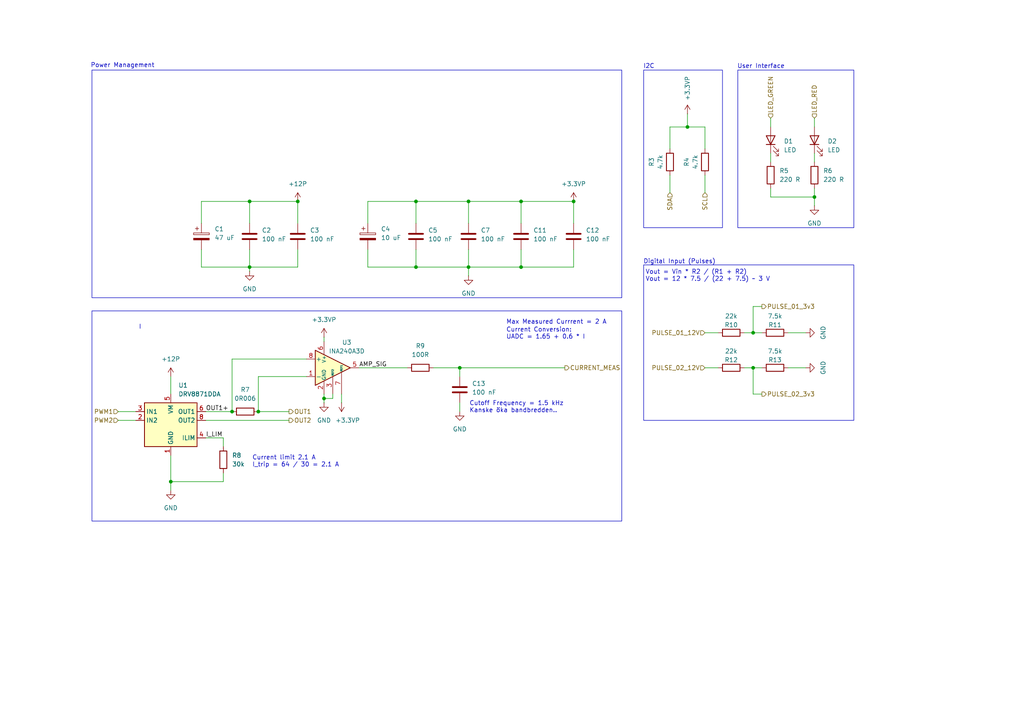
<source format=kicad_sch>
(kicad_sch (version 20231120) (generator "eeschema") (generator_version "8.0")
  (paper "A4")
  (title_block (title "Power and IO") (date "2025-01-12") (rev "RA01"))
  (lib_symbols
    (symbol "Amplifier_Current:INA240A3D" (pin_names (offset 0.127))
      (property "Reference" "U" (at 3.81 3.81 0))
      (property "Value" "INA240A3D" (at 3.81 -2.54 0))
      (symbol "INA240A3D_0_1"
        (polyline (pts (xy 5.08 0) (xy -5.08 5.08) (xy -5.08 -5.08) (xy 5.08 0)) (stroke (width 0.254)) (fill (type background)))
      )
      (symbol "INA240A3D_1_1"
        (pin input line (at -7.62 -2.54 0) (length 2.54) (name "-") (number "1"))
        (pin power_in line (at -2.54 -7.62 90) (length 3.81) (name "GND") (number "2"))
        (pin passive line (at 0 -7.62 90) (length 5.08) (name "REF2") (number "3"))
        (pin passive line (at -2.54 -7.62 90) (length 3.81) hide (name "GND") (number "4"))
        (pin output line (at 7.62 0 180) (length 2.54) (name "~") (number "5"))
        (pin power_in line (at -2.54 7.62 270) (length 3.81) (name "V+") (number "6"))
        (pin passive line (at 2.54 -7.62 90) (length 6.35) (name "REF1") (number "7"))
        (pin input line (at -7.62 2.54 0) (length 2.54) (name "+") (number "8"))
      )
    )
    (symbol "Device:C" (pin_numbers hide) (pin_names (offset 0.254))
      (property "Reference" "C" (at 0.635 2.54 0))
      (property "Value" "C" (at 0.635 -2.54 0))
      (symbol "C_0_1"
        (polyline (pts (xy -2.032 -0.762) (xy 2.032 -0.762)) (stroke (width 0.508)))
        (polyline (pts (xy -2.032 0.762) (xy 2.032 0.762)) (stroke (width 0.508)))
      )
      (symbol "C_1_1"
        (pin passive line (at 0 3.81 270) (length 2.794) (name "~") (number "1"))
        (pin passive line (at 0 -3.81 90) (length 2.794) (name "~") (number "2"))
      )
    )
    (symbol "Device:C_Polarized" (pin_numbers hide) (pin_names (offset 0.254))
      (property "Reference" "C" (at 0.635 2.54 0))
      (property "Value" "C_Polarized" (at 0.635 -2.54 0))
      (symbol "C_Polarized_0_1"
        (rectangle (start -2.286 0.508) (end 2.286 1.016))
        (polyline (pts (xy -1.778 2.286) (xy -0.762 2.286)))
        (polyline (pts (xy -1.27 2.794) (xy -1.27 1.778)))
        (rectangle (start 2.286 -0.508) (end -2.286 -1.016) (fill (type outline)))
      )
      (symbol "C_Polarized_1_1"
        (pin passive line (at 0 3.81 270) (length 2.794) (name "~") (number "1"))
        (pin passive line (at 0 -3.81 90) (length 2.794) (name "~") (number "2"))
      )
    )
    (symbol "Device:LED" (pin_numbers hide) (pin_names (offset 1.016) hide)
      (property "Reference" "D" (at 0 2.54 0))
      (property "Value" "LED" (at 0 -2.54 0))
      (symbol "LED_0_1"
        (polyline (pts (xy -1.27 -1.27) (xy -1.27 1.27)) (stroke (width 0.254)))
        (polyline (pts (xy -1.27 0) (xy 1.27 0)))
        (polyline (pts (xy 1.27 -1.27) (xy 1.27 1.27) (xy -1.27 0) (xy 1.27 -1.27)) (stroke (width 0.254)))
        (polyline (pts (xy -3.048 -0.762) (xy -4.572 -2.286) (xy -3.81 -2.286) (xy -4.572 -2.286) (xy -4.572 -1.524)))
        (polyline (pts (xy -1.778 -0.762) (xy -3.302 -2.286) (xy -2.54 -2.286) (xy -3.302 -2.286) (xy -3.302 -1.524)))
      )
      (symbol "LED_1_1"
        (pin passive line (at -3.81 0 0) (length 2.54) (name "K") (number "1"))
        (pin passive line (at 3.81 0 180) (length 2.54) (name "A") (number "2"))
      )
    )
    (symbol "Device:R" (pin_numbers hide) (pin_names (offset 0))
      (property "Reference" "R" (at 2.032 0 90))
      (property "Value" "R" (at 0 0 90))
      (symbol "R_0_1"
        (rectangle (start -1.016 -2.54) (end 1.016 2.54) (stroke (width 0.254)))
      )
      (symbol "R_1_1"
        (pin passive line (at 0 3.81 270) (length 1.27) (name "~") (number "1"))
        (pin passive line (at 0 -3.81 90) (length 1.27) (name "~") (number "2"))
      )
    )
    (symbol "Driver_Motor:DRV8871DDA"
      (property "Reference" "U" (at -6.35 6.35 0))
      (property "Value" "DRV8871DDA" (at 8.89 6.35 0))
      (symbol "DRV8871DDA_0_1"
        (rectangle (start -7.62 5.08) (end 7.62 -7.62) (stroke (width 0.254)) (fill (type background)))
      )
      (symbol "DRV8871DDA_1_1"
        (pin power_in line (at 0 -10.16 90) (length 2.54) (name "GND") (number "1"))
        (pin input line (at -10.16 0 0) (length 2.54) (name "IN2") (number "2"))
        (pin input line (at -10.16 2.54 0) (length 2.54) (name "IN1") (number "3"))
        (pin passive line (at 10.16 -5.08 180) (length 2.54) (name "ILIM") (number "4"))
        (pin power_in line (at 0 7.62 270) (length 2.54) (name "VM") (number "5"))
        (pin output line (at 10.16 2.54 180) (length 2.54) (name "OUT1") (number "6"))
        (pin passive line (at 0 -10.16 90) (length 2.54) hide (name "GND") (number "7"))
        (pin output line (at 10.16 0 180) (length 2.54) (name "OUT2") (number "8"))
        (pin passive line (at 0 -10.16 90) (length 2.54) hide (name "GND") (number "9"))
      )
    )
    (symbol "power:+12P" (power) (pin_numbers hide) (pin_names (offset 0) hide)
      (property "Value" "+12P" (at 0 3.556 0))
      (symbol "+12P_0_1"
        (polyline (pts (xy -0.762 1.27) (xy 0 2.54)))
        (polyline (pts (xy 0 0) (xy 0 2.54)))
        (polyline (pts (xy 0 2.54) (xy 0.762 1.27)))
      )
      (symbol "+12P_1_1"
        (pin power_in line (at 0 0 90) (length 0) (name "~") (number "1"))
      )
    )
    (symbol "power:+3.3VP" (power) (pin_numbers hide) (pin_names (offset 0) hide)
      (property "Value" "+3.3VP" (at 0 3.556 0))
      (symbol "+3.3VP_0_0"
        (pin power_in line (at 0 0 90) (length 0) (name "~") (number "1"))
      )
      (symbol "+3.3VP_0_1"
        (polyline (pts (xy -0.762 1.27) (xy 0 2.54)))
        (polyline (pts (xy 0 0) (xy 0 2.54)))
        (polyline (pts (xy 0 2.54) (xy 0.762 1.27)))
      )
    )
    (symbol "power:GND" (power) (pin_numbers hide) (pin_names (offset 0) hide)
      (property "Value" "GND" (at 0 -3.81 0))
      (symbol "GND_0_1"
        (polyline (pts (xy 0 0) (xy 0 -1.27) (xy 1.27 -1.27) (xy 0 -2.54) (xy -1.27 -1.27) (xy 0 -1.27)))
      )
      (symbol "GND_1_1"
        (pin power_in line (at 0 0 270) (length 0) (name "~") (number "1"))
      )
    )
  )
  (junction (at 218.44 96.52))
  (junction (at 151.13 58.42))
  (junction (at 199.39 36.83))
  (junction (at 151.13 77.47))
  (junction (at 74.93 119.38))
  (junction (at 72.39 58.42))
  (junction (at 218.44 106.68))
  (junction (at 49.53 139.7))
  (junction (at 236.22 57.15))
  (junction (at 120.65 77.47))
  (junction (at 166.37 58.42))
  (junction (at 93.98 115.57))
  (junction (at 120.65 58.42))
  (junction (at 133.35 106.68))
  (junction (at 86.36 58.42))
  (junction (at 135.89 58.42))
  (junction (at 135.89 77.47))
  (junction (at 72.39 77.47))
  (junction (at 67.31 119.38))
  (wire (pts (xy 236.22 57.15) (xy 236.22 59.69)))
  (wire (pts (xy 204.47 106.68) (xy 208.28 106.68)))
  (wire (pts (xy 151.13 58.42) (xy 151.13 64.77)))
  (wire (pts (xy 58.42 58.42) (xy 72.39 58.42)))
  (wire (pts (xy 93.98 115.57) (xy 93.98 116.84)))
  (wire (pts (xy 49.53 139.7) (xy 49.53 142.24)))
  (wire (pts (xy 223.52 54.61) (xy 223.52 57.15)))
  (wire (pts (xy 204.47 50.8) (xy 204.47 55.88)))
  (wire (pts (xy 86.36 72.39) (xy 86.36 77.47)))
  (wire (pts (xy 194.31 43.18) (xy 194.31 36.83)))
  (wire (pts (xy 106.68 77.47) (xy 120.65 77.47)))
  (wire (pts (xy 104.14 106.68) (xy 118.11 106.68)))
  (wire (pts (xy 106.68 72.39) (xy 106.68 77.47)))
  (wire (pts (xy 67.31 104.14) (xy 67.31 119.38)))
  (wire (pts (xy 93.98 115.57) (xy 96.52 115.57)))
  (wire (pts (xy 64.77 137.16) (xy 64.77 139.7)))
  (wire (pts (xy 166.37 58.42) (xy 166.37 64.77)))
  (wire (pts (xy 199.39 36.83) (xy 204.47 36.83)))
  (wire (pts (xy 72.39 58.42) (xy 72.39 64.77)))
  (wire (pts (xy 72.39 72.39) (xy 72.39 77.47)))
  (wire (pts (xy 215.9 106.68) (xy 218.44 106.68)))
  (wire (pts (xy 223.52 44.45) (xy 223.52 46.99)))
  (wire (pts (xy 135.89 72.39) (xy 135.89 77.47)))
  (wire (pts (xy 228.6 106.68) (xy 233.68 106.68)))
  (wire (pts (xy 64.77 129.54) (xy 64.77 127)))
  (wire (pts (xy 218.44 114.3) (xy 218.44 106.68)))
  (wire (pts (xy 218.44 114.3) (xy 220.98 114.3)))
  (wire (pts (xy 120.65 72.39) (xy 120.65 77.47)))
  (wire (pts (xy 59.69 119.38) (xy 67.31 119.38)))
  (wire (pts (xy 93.98 97.79) (xy 93.98 99.06)))
  (wire (pts (xy 218.44 96.52) (xy 220.98 96.52)))
  (wire (pts (xy 199.39 36.83) (xy 199.39 33.02)))
  (wire (pts (xy 72.39 77.47) (xy 86.36 77.47)))
  (wire (pts (xy 194.31 50.8) (xy 194.31 55.88)))
  (wire (pts (xy 135.89 58.42) (xy 151.13 58.42)))
  (wire (pts (xy 49.53 109.22) (xy 49.53 114.3)))
  (wire (pts (xy 58.42 58.42) (xy 58.42 64.77)))
  (wire (pts (xy 135.89 77.47) (xy 151.13 77.47)))
  (wire (pts (xy 72.39 58.42) (xy 86.36 58.42)))
  (wire (pts (xy 204.47 43.18) (xy 204.47 36.83)))
  (wire (pts (xy 74.93 109.22) (xy 88.9 109.22)))
  (wire (pts (xy 34.29 121.92) (xy 39.37 121.92)))
  (wire (pts (xy 236.22 54.61) (xy 236.22 57.15)))
  (wire (pts (xy 236.22 44.45) (xy 236.22 46.99)))
  (wire (pts (xy 223.52 57.15) (xy 236.22 57.15)))
  (wire (pts (xy 120.65 58.42) (xy 120.65 64.77)))
  (wire (pts (xy 135.89 58.42) (xy 135.89 64.77)))
  (wire (pts (xy 151.13 77.47) (xy 166.37 77.47)))
  (wire (pts (xy 34.29 119.38) (xy 39.37 119.38)))
  (wire (pts (xy 228.6 96.52) (xy 233.68 96.52)))
  (wire (pts (xy 223.52 34.29) (xy 223.52 36.83)))
  (wire (pts (xy 218.44 106.68) (xy 220.98 106.68)))
  (wire (pts (xy 236.22 34.29) (xy 236.22 36.83)))
  (wire (pts (xy 120.65 77.47) (xy 135.89 77.47)))
  (wire (pts (xy 49.53 139.7) (xy 64.77 139.7)))
  (wire (pts (xy 218.44 88.9) (xy 220.98 88.9)))
  (wire (pts (xy 166.37 72.39) (xy 166.37 77.47)))
  (wire (pts (xy 59.69 121.92) (xy 83.82 121.92)))
  (wire (pts (xy 58.42 72.39) (xy 58.42 77.47)))
  (wire (pts (xy 96.52 114.3) (xy 96.52 115.57)))
  (wire (pts (xy 135.89 77.47) (xy 135.89 80.01)))
  (wire (pts (xy 151.13 72.39) (xy 151.13 77.47)))
  (wire (pts (xy 151.13 58.42) (xy 166.37 58.42)))
  (wire (pts (xy 106.68 58.42) (xy 120.65 58.42)))
  (wire (pts (xy 133.35 116.84) (xy 133.35 119.38)))
  (wire (pts (xy 59.69 127) (xy 64.77 127)))
  (wire (pts (xy 67.31 104.14) (xy 88.9 104.14)))
  (wire (pts (xy 74.93 119.38) (xy 83.82 119.38)))
  (wire (pts (xy 49.53 132.08) (xy 49.53 139.7)))
  (wire (pts (xy 133.35 106.68) (xy 163.83 106.68)))
  (wire (pts (xy 72.39 77.47) (xy 72.39 78.74)))
  (wire (pts (xy 120.65 58.42) (xy 135.89 58.42)))
  (wire (pts (xy 86.36 58.42) (xy 86.36 64.77)))
  (wire (pts (xy 58.42 77.47) (xy 72.39 77.47)))
  (wire (pts (xy 93.98 114.3) (xy 93.98 115.57)))
  (wire (pts (xy 215.9 96.52) (xy 218.44 96.52)))
  (wire (pts (xy 218.44 96.52) (xy 218.44 88.9)))
  (wire (pts (xy 194.31 36.83) (xy 199.39 36.83)))
  (wire (pts (xy 74.93 109.22) (xy 74.93 119.38)))
  (wire (pts (xy 106.68 58.42) (xy 106.68 64.77)))
  (wire (pts (xy 125.73 106.68) (xy 133.35 106.68)))
  (wire (pts (xy 133.35 106.68) (xy 133.35 109.22)))
  (wire (pts (xy 99.06 114.3) (xy 99.06 116.84)))
  (wire (pts (xy 204.47 96.52) (xy 208.28 96.52)))
  (rectangle (start 40.64 93.98) (end 40.64 95.25))
  (rectangle (start 26.67 90.17) (end 180.34 151.13))
  (rectangle (start 213.995 20.32) (end 247.65 66.04))
  (rectangle (start 186.69 76.835) (end 247.65 121.92))
  (rectangle (start 26.67 20.32) (end 180.34 86.36))
  (rectangle (start 186.69 20.32) (end 209.55 66.04))
  (text "Current Conversion:\nUADC = 1.65 + 0.6 * I" (at 146.812 96.774 0) (effects (font (size 1.27 1.27)) (justify left)))
  (text "Vout = Vin * R2 / (R1 + R2)\nVout = 12 * 7.5 / (22 + 7.5) ~ 3 V" (at 187.198 80.01 0) (effects (font (size 1.27 1.27)) (justify left)))
  (text "Max Measured Currrent = 2 A\n" (at 146.812 93.472 0) (effects (font (size 1.27 1.27)) (justify left)))
  (text "Digital Input (Pulses)" (at 197.104 75.946 0) (effects (font (size 1.27 1.27))))
  (text "User Interface" (at 220.726 19.304 0) (effects (font (size 1.27 1.27))))
  (text "Current limit 2.1 A\nI_trip = 64 / 30 = 2.1 A" (at 73.152 133.858 0) (effects (font (size 1.27 1.27)) (justify left)))
  (text "Power Management" (at 35.56 19.05 0) (effects (font (size 1.27 1.27))))
  (text "I2C" (at 188.214 19.304 0) (effects (font (size 1.27 1.27))))
  (text "Cutoff Frequency = 1.5 kHz\nKanske öka bandbredden.." (at 136.144 118.11 0) (effects (font (size 1.27 1.27)) (justify left)))
  (label "I_LIM" (at 59.69 127 0))
  (label "AMP_SIG" (at 104.14 106.68 0))
  (label "OUT1+" (at 59.69 119.38 0))
  (hierarchical_label "PULSE_01_3v3" (shape output) (at 220.98 88.9 0))
  (hierarchical_label "OUT1" (shape output) (at 83.82 119.38 0))
  (hierarchical_label "PWM2" (shape input) (at 34.29 121.92 180))
  (hierarchical_label "PULSE_02_3v3" (shape output) (at 220.98 114.3 0))
  (hierarchical_label "PWM1" (shape input) (at 34.29 119.38 180))
  (hierarchical_label "LED_GREEN" (shape input) (at 223.52 34.29 90))
  (hierarchical_label "LED_RED" (shape input) (at 236.22 34.29 90))
  (hierarchical_label "PULSE_02_12V" (shape input) (at 204.47 106.68 180))
  (hierarchical_label "SDA" (shape input) (at 194.31 55.88 270))
  (hierarchical_label "SCL" (shape input) (at 204.47 55.88 270))
  (hierarchical_label "CURRENT_MEAS" (shape output) (at 163.83 106.68 0))
  (hierarchical_label "OUT2" (shape output) (at 83.82 121.92 0))
  (hierarchical_label "PULSE_01_12V" (shape input) (at 204.47 96.52 180))
  (symbol (lib_id "Device:C") (at 166.37 68.58 0) (unit 1)
    (property "Reference" "C12" (at 169.926 66.802 0) (effects (justify left)))
    (property "Value" "100 nF" (at 169.926 69.342 0) (effects (justify left)))
    (property "Footprint" "Capacitor_SMD:C_1206_3216Metric_Pad1.33x1.80mm_HandSolder" (effects (hide yes)))
    (property "Description" "Unpolarized capacitor" (effects (hide yes)))
  )
  (symbol (lib_id "power:GND") (at 133.35 119.38 0) (unit 1)
    (property "Reference" "#PWR028" (effects (hide yes)))
    (property "Value" "GND" (at 133.35 124.46 0))
    (property "Description" "Power symbol creates a global label with name \"GND\" , ground" (effects (hide yes)))
  )
  (symbol (lib_id "Device:R") (at 223.52 50.8 0) (unit 1)
    (property "Reference" "R5" (at 226.06 49.5299 0) (effects (justify left)))
    (property "Value" "220 R" (at 226.06 52.0699 0) (effects (justify left)))
    (property "Footprint" "Resistor_SMD:R_1206_3216Metric_Pad1.30x1.75mm_HandSolder" (effects (hide yes)))
    (property "Description" "Resistor" (effects (hide yes)))
  )
  (symbol (lib_id "Device:C") (at 86.36 68.58 0) (unit 1)
    (property "Reference" "C3" (at 89.916 66.802 0) (effects (justify left)))
    (property "Value" "100 nF" (at 89.916 69.342 0) (effects (justify left)))
    (property "Footprint" "Capacitor_SMD:C_1206_3216Metric_Pad1.33x1.80mm_HandSolder" (effects (hide yes)))
    (property "Description" "Unpolarized capacitor" (effects (hide yes)))
  )
  (symbol (lib_id "power:+3.3VP") (at 199.39 33.02 0) (unit 1)
    (property "Reference" "#PWR030" (effects (hide yes)))
    (property "Value" "+3.3VP" (at 199.3899 29.21 90) (effects (justify left)))
    (property "Description" "Power symbol creates a global label with name \"+3.3VP\"" (effects (hide yes)))
  )
  (symbol (lib_id "Device:R") (at 236.22 50.8 0) (unit 1)
    (property "Reference" "R6" (at 238.76 49.5299 0) (effects (justify left)))
    (property "Value" "220 R" (at 238.76 52.0699 0) (effects (justify left)))
    (property "Footprint" "Resistor_SMD:R_1206_3216Metric_Pad1.30x1.75mm_HandSolder" (effects (hide yes)))
    (property "Description" "Resistor" (effects (hide yes)))
  )
  (symbol (lib_id "Device:R") (at 194.31 46.99 180) (unit 1)
    (property "Reference" "R3" (at 188.976 46.99 90))
    (property "Value" "4.7k" (at 191.516 46.99 90))
    (property "Footprint" "Resistor_SMD:R_1206_3216Metric_Pad1.30x1.75mm_HandSolder" (effects (hide yes)))
    (property "Description" "Resistor" (effects (hide yes)))
  )
  (symbol (lib_id "Device:LED") (at 223.52 40.64 90) (unit 1)
    (property "Reference" "D1" (at 227.33 40.9574 90) (effects (justify right)))
    (property "Value" "LED" (at 227.33 43.4974 90) (effects (justify right)))
    (property "Footprint" "LED_SMD:LED_1206_3216Metric_Pad1.42x1.75mm_HandSolder" (effects (hide yes)))
    (property "Description" "Light emitting diode" (effects (hide yes)))
  )
  (symbol (lib_id "Device:LED") (at 236.22 40.64 90) (unit 1)
    (property "Reference" "D2" (at 240.03 40.9574 90) (effects (justify right)))
    (property "Value" "LED" (at 240.03 43.4974 90) (effects (justify right)))
    (property "Footprint" "LED_SMD:LED_1206_3216Metric_Pad1.42x1.75mm_HandSolder" (effects (hide yes)))
    (property "Description" "Light emitting diode" (effects (hide yes)))
  )
  (symbol (lib_id "power:GND") (at 233.68 106.68 90) (unit 1)
    (property "Reference" "#PWR031" (effects (hide yes)))
    (property "Value" "GND" (at 238.76 106.68 0))
    (property "Description" "Power symbol creates a global label with name \"GND\" , ground" (effects (hide yes)))
  )
  (symbol (lib_id "power:+3.3VP") (at 166.37 58.42 0) (unit 1)
    (property "Reference" "#PWR029" (effects (hide yes)))
    (property "Value" "+3.3VP" (at 166.37 53.34 0))
    (property "Description" "Power symbol creates a global label with name \"+3.3VP\"" (effects (hide yes)))
  )
  (symbol (lib_id "Device:C") (at 151.13 68.58 0) (unit 1)
    (property "Reference" "C11" (at 154.686 66.802 0) (effects (justify left)))
    (property "Value" "100 nF" (at 154.686 69.342 0) (effects (justify left)))
    (property "Footprint" "Capacitor_SMD:C_1206_3216Metric_Pad1.33x1.80mm_HandSolder" (effects (hide yes)))
    (property "Description" "Unpolarized capacitor" (effects (hide yes)))
  )
  (symbol (lib_id "power:GND") (at 233.68 96.52 90) (unit 1)
    (property "Reference" "#PWR01" (effects (hide yes)))
    (property "Value" "GND" (at 238.76 96.52 0))
    (property "Description" "Power symbol creates a global label with name \"GND\" , ground" (effects (hide yes)))
  )
  (symbol (lib_id "Driver_Motor:DRV8871DDA") (at 49.53 121.92 0) (unit 1)
    (property "Reference" "U1" (at 51.7241 111.76 0) (effects (justify left)))
    (property "Value" "DRV8871DDA" (at 51.7241 114.3 0) (effects (justify left)))
    (property "Footprint" "Package_SO:Texas_HTSOP-8-1EP_3.9x4.9mm_P1.27mm_EP2.95x4.9mm_Mask2.4x3.1mm_ThermalVias" (effects (hide yes)))
    (property "Datasheet" "http://www.ti.com/lit/ds/symlink/drv8871.pdf" (effects (hide yes)))
    (property "Description" "Brushed DC Motor Driver, PWM Control, 45V, 3.6A, Current limiting, HTSOP-8" (effects (hide yes)))
  )
  (symbol (lib_id "Amplifier_Current:INA240A3D") (at 96.52 106.68 0) (unit 1)
    (property "Reference" "U3" (at 100.584 99.314 0))
    (property "Value" "INA240A3D" (at 100.584 101.854 0))
    (property "Footprint" "Package_SO:SOIC-8_3.9x4.9mm_P1.27mm" (effects (hide yes)))
    (property "Datasheet" "http://www.ti.com/lit/ds/symlink/ina240.pdf" (effects (hide yes)))
    (property "Description" "High- and Low-Side, Bidirectional, Zero-Drift, Current-Sense Amplifier With Enhanced PWM Rejection, 100V/V, SOIC-8" (effects (hide yes)))
  )
  (symbol (lib_id "Device:C") (at 72.39 68.58 0) (unit 1)
    (property "Reference" "C2" (at 75.946 66.802 0) (effects (justify left)))
    (property "Value" "100 nF" (at 75.946 69.342 0) (effects (justify left)))
    (property "Footprint" "Capacitor_SMD:C_1206_3216Metric_Pad1.33x1.80mm_HandSolder" (effects (hide yes)))
    (property "Description" "Unpolarized capacitor" (effects (hide yes)))
  )
  (symbol (lib_id "Device:R") (at 121.92 106.68 90) (unit 1)
    (property "Reference" "R9" (at 121.92 100.33 90))
    (property "Value" "100R" (at 121.92 102.87 90))
    (property "Footprint" "Resistor_SMD:R_1206_3216Metric_Pad1.30x1.75mm_HandSolder" (effects (hide yes)))
    (property "Description" "Resistor" (effects (hide yes)))
  )
  (symbol (lib_id "power:GND") (at 236.22 59.69 0) (unit 1)
    (property "Reference" "#PWR010" (effects (hide yes)))
    (property "Value" "GND" (at 236.22 64.77 0))
    (property "Description" "Power symbol creates a global label with name \"GND\" , ground" (effects (hide yes)))
  )
  (symbol (lib_id "Device:C_Polarized") (at 58.42 68.58 0) (unit 1)
    (property "Reference" "C1" (at 62.23 66.4209 0) (effects (justify left)))
    (property "Value" "47 uF" (at 62.23 68.9609 0) (effects (justify left)))
    (property "Footprint" "Capacitor_THT:C_Radial_D5.0mm_H5.0mm_P2.00mm" (effects (hide yes)))
    (property "Description" "Polarized capacitor" (effects (hide yes)))
  )
  (symbol (lib_id "power:+3.3VP") (at 93.98 97.79 0) (unit 1)
    (property "Reference" "#PWR019" (effects (hide yes)))
    (property "Value" "+3.3VP" (at 93.98 92.71 0))
    (property "Description" "Power symbol creates a global label with name \"+3.3VP\"" (effects (hide yes)))
  )
  (symbol (lib_id "Device:C") (at 120.65 68.58 0) (unit 1)
    (property "Reference" "C5" (at 124.206 66.802 0) (effects (justify left)))
    (property "Value" "100 nF" (at 124.206 69.342 0) (effects (justify left)))
    (property "Footprint" "Capacitor_SMD:C_1206_3216Metric_Pad1.33x1.80mm_HandSolder" (effects (hide yes)))
    (property "Description" "Unpolarized capacitor" (effects (hide yes)))
  )
  (symbol (lib_id "Device:R") (at 224.79 96.52 90) (unit 1)
    (property "Reference" "R11" (at 224.79 94.234 90))
    (property "Value" "7.5k" (at 224.79 91.694 90))
    (property "Footprint" "Resistor_SMD:R_1206_3216Metric_Pad1.30x1.75mm_HandSolder" (effects (hide yes)))
    (property "Description" "Resistor" (effects (hide yes)))
  )
  (symbol (lib_id "Device:C_Polarized") (at 106.68 68.58 0) (unit 1)
    (property "Reference" "C4" (at 110.49 66.4209 0) (effects (justify left)))
    (property "Value" "10 uF" (at 110.49 68.9609 0) (effects (justify left)))
    (property "Footprint" "Capacitor_THT:C_Radial_D5.0mm_H5.0mm_P2.00mm" (effects (hide yes)))
    (property "Description" "Polarized capacitor" (effects (hide yes)))
  )
  (symbol (lib_id "power:+12P") (at 49.53 109.22 0) (unit 1)
    (property "Reference" "#PWR07" (effects (hide yes)))
    (property "Value" "+12P" (at 49.53 104.14 0))
    (property "Description" "Power symbol creates a global label with name \"+12P\"" (effects (hide yes)))
  )
  (symbol (lib_id "Device:C") (at 133.35 113.03 0) (unit 1)
    (property "Reference" "C13" (at 136.906 111.252 0) (effects (justify left)))
    (property "Value" "100 nF" (at 136.906 113.792 0) (effects (justify left)))
    (property "Footprint" "Capacitor_SMD:C_1206_3216Metric_Pad1.33x1.80mm_HandSolder" (effects (hide yes)))
    (property "Description" "Unpolarized capacitor" (effects (hide yes)))
  )
  (symbol (lib_id "power:GND") (at 49.53 142.24 0) (unit 1)
    (property "Reference" "#PWR09" (effects (hide yes)))
    (property "Value" "GND" (at 49.53 147.32 0))
    (property "Description" "Power symbol creates a global label with name \"GND\" , ground" (effects (hide yes)))
  )
  (symbol (lib_id "Device:R") (at 224.79 106.68 90) (unit 1)
    (property "Reference" "R13" (at 224.79 104.394 90))
    (property "Value" "7.5k" (at 224.79 101.854 90))
    (property "Footprint" "Resistor_SMD:R_1206_3216Metric_Pad1.30x1.75mm_HandSolder" (effects (hide yes)))
    (property "Description" "Resistor" (effects (hide yes)))
  )
  (symbol (lib_id "power:GND") (at 93.98 116.84 0) (unit 1)
    (property "Reference" "#PWR020" (effects (hide yes)))
    (property "Value" "GND" (at 93.98 121.92 0))
    (property "Description" "Power symbol creates a global label with name \"GND\" , ground" (effects (hide yes)))
  )
  (symbol (lib_id "Device:R") (at 204.47 46.99 180) (unit 1)
    (property "Reference" "R4" (at 199.136 46.99 90))
    (property "Value" "4.7k" (at 201.676 46.99 90))
    (property "Footprint" "Resistor_SMD:R_1206_3216Metric_Pad1.30x1.75mm_HandSolder" (effects (hide yes)))
    (property "Description" "Resistor" (effects (hide yes)))
  )
  (symbol (lib_id "Device:R") (at 212.09 106.68 90) (unit 1)
    (property "Reference" "R12" (at 212.09 104.394 90))
    (property "Value" "22k" (at 212.09 101.854 90))
    (property "Footprint" "Resistor_SMD:R_1206_3216Metric_Pad1.30x1.75mm_HandSolder" (effects (hide yes)))
    (property "Description" "Resistor" (effects (hide yes)))
  )
  (symbol (lib_id "Device:R") (at 64.77 133.35 0) (unit 1)
    (property "Reference" "R8" (at 67.31 132.0799 0) (effects (justify left)))
    (property "Value" "30k" (at 67.31 134.6199 0) (effects (justify left)))
    (property "Footprint" "Resistor_SMD:R_1206_3216Metric_Pad1.30x1.75mm_HandSolder" (effects (hide yes)))
    (property "Description" "Resistor" (effects (hide yes)))
  )
  (symbol (lib_id "power:GND") (at 135.89 80.01 0) (unit 1)
    (property "Reference" "#PWR027" (effects (hide yes)))
    (property "Value" "GND" (at 135.89 85.09 0))
    (property "Description" "Power symbol creates a global label with name \"GND\" , ground" (effects (hide yes)))
  )
  (symbol (lib_id "Device:R") (at 212.09 96.52 90) (unit 1)
    (property "Reference" "R10" (at 212.09 94.234 90))
    (property "Value" "22k" (at 212.09 91.694 90))
    (property "Footprint" "Resistor_SMD:R_1206_3216Metric_Pad1.30x1.75mm_HandSolder" (effects (hide yes)))
    (property "Description" "Resistor" (effects (hide yes)))
  )
  (symbol (lib_id "Device:R") (at 71.12 119.38 90) (unit 1)
    (property "Reference" "R7" (at 71.12 113.03 90))
    (property "Value" "0R006" (at 71.12 115.57 90))
    (property "Footprint" "Resistor_SMD:R_1206_3216Metric_Pad1.30x1.75mm_HandSolder" (effects (hide yes)))
    (property "Description" "Resistor" (effects (hide yes)))
  )
  (symbol (lib_id "Device:C") (at 135.89 68.58 0) (unit 1)
    (property "Reference" "C7" (at 139.446 66.802 0) (effects (justify left)))
    (property "Value" "100 nF" (at 139.446 69.342 0) (effects (justify left)))
    (property "Footprint" "Capacitor_SMD:C_1206_3216Metric_Pad1.33x1.80mm_HandSolder" (effects (hide yes)))
    (property "Description" "Unpolarized capacitor" (effects (hide yes)))
  )
  (symbol (lib_id "power:+12P") (at 86.36 58.42 0) (unit 1)
    (property "Reference" "#PWR018" (effects (hide yes)))
    (property "Value" "+12P" (at 86.36 53.34 0))
    (property "Description" "Power symbol creates a global label with name \"+12P\"" (effects (hide yes)))
  )
  (symbol (lib_id "power:GND") (at 72.39 78.74 0) (unit 1)
    (property "Reference" "#PWR012" (effects (hide yes)))
    (property "Value" "GND" (at 72.39 83.82 0))
    (property "Description" "Power symbol creates a global label with name \"GND\" , ground" (effects (hide yes)))
  )
  (symbol (lib_id "power:+3.3VP") (at 99.06 116.84 180) (unit 1)
    (property "Reference" "#PWR022" (effects (hide yes)))
    (property "Value" "+3.3VP" (at 100.838 121.92 0))
    (property "Description" "Power symbol creates a global label with name \"+3.3VP\"" (effects (hide yes)))
  )
)
</source>
